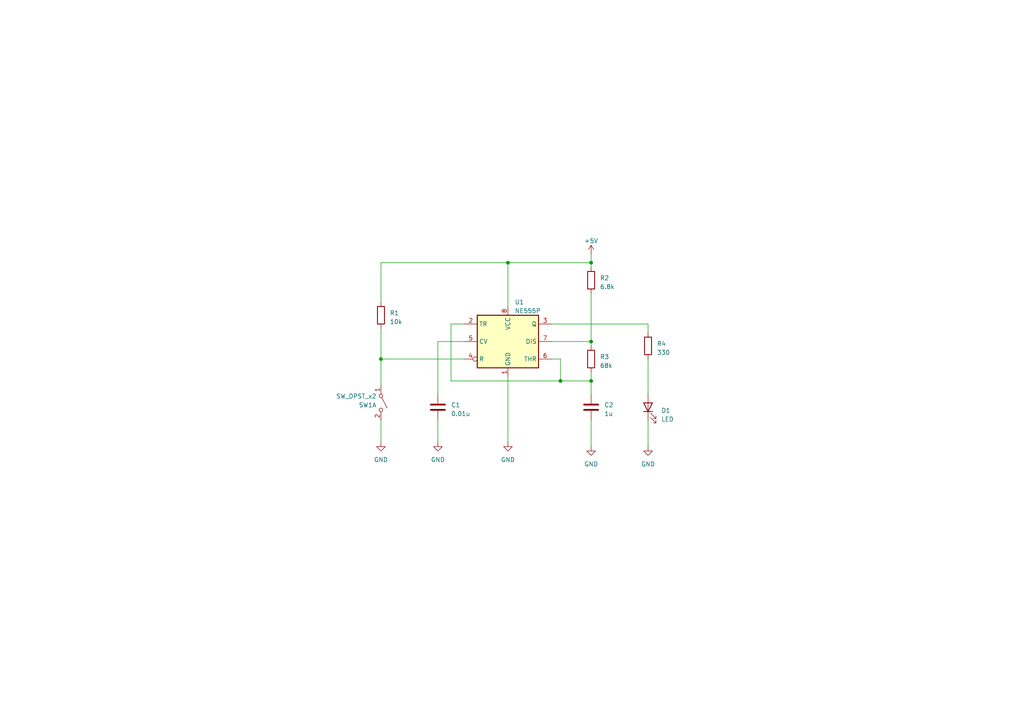
<source format=kicad_sch>
(kicad_sch (version 20230121) (generator eeschema)
  (paper "A4")
  (lib_symbols
    (symbol "Device:C" (pin_numbers hide) (pin_names (offset 0.254))
      (property "Reference" "C" (at 0.635 2.54 0))
      (property "Value" "C" (at 0.635 -2.54 0))
      (symbol "C_0_1"
        (polyline (pts (xy -2.032 -0.762) (xy 2.032 -0.762)) (stroke (width 0.508)))
        (polyline (pts (xy -2.032 0.762) (xy 2.032 0.762)) (stroke (width 0.508)))
      )
      (symbol "C_1_1"
        (pin passive line (at 0 3.81 270) (length 2.794) (name "~") (number "1"))
        (pin passive line (at 0 -3.81 90) (length 2.794) (name "~") (number "2"))
      )
    )
    (symbol "Device:LED" (pin_numbers hide) (pin_names (offset 1.016) hide)
      (property "Reference" "D" (at 0 2.54 0))
      (property "Value" "LED" (at 0 -2.54 0))
      (symbol "LED_0_1"
        (polyline (pts (xy -1.27 -1.27) (xy -1.27 1.27)) (stroke (width 0.254)))
        (polyline (pts (xy -1.27 0) (xy 1.27 0)))
        (polyline (pts (xy 1.27 -1.27) (xy 1.27 1.27) (xy -1.27 0) (xy 1.27 -1.27)) (stroke (width 0.254)))
        (polyline (pts (xy -3.048 -0.762) (xy -4.572 -2.286) (xy -3.81 -2.286) (xy -4.572 -2.286) (xy -4.572 -1.524)))
        (polyline (pts (xy -1.778 -0.762) (xy -3.302 -2.286) (xy -2.54 -2.286) (xy -3.302 -2.286) (xy -3.302 -1.524)))
      )
      (symbol "LED_1_1"
        (pin passive line (at -3.81 0 0) (length 2.54) (name "K") (number "1"))
        (pin passive line (at 3.81 0 180) (length 2.54) (name "A") (number "2"))
      )
    )
    (symbol "Device:R" (pin_numbers hide) (pin_names (offset 0))
      (property "Reference" "R" (at 2.032 0 90))
      (property "Value" "R" (at 0 0 90))
      (symbol "R_0_1"
        (rectangle (start -1.016 -2.54) (end 1.016 2.54) (stroke (width 0.254)))
      )
      (symbol "R_1_1"
        (pin passive line (at 0 3.81 270) (length 1.27) (name "~") (number "1"))
        (pin passive line (at 0 -3.81 90) (length 1.27) (name "~") (number "2"))
      )
    )
    (symbol "Switch:SW_DPST_x2" (pin_names (offset 0) hide)
      (property "Reference" "SW" (at 0 3.175 0))
      (property "Value" "SW_DPST_x2" (at 0 -2.54 0))
      (symbol "SW_DPST_x2_0_0"
        (circle (center -2.032 0) (radius 0.508))
        (polyline (pts (xy -1.524 0.254) (xy 1.524 1.778)))
        (circle (center 2.032 0) (radius 0.508))
      )
      (symbol "SW_DPST_x2_1_1"
        (pin passive line (at -5.08 0 0) (length 2.54) (name "A") (number "1"))
        (pin passive line (at 5.08 0 180) (length 2.54) (name "B") (number "2"))
      )
      (symbol "SW_DPST_x2_2_1"
        (pin passive line (at -5.08 0 0) (length 2.54) (name "A") (number "3"))
        (pin passive line (at 5.08 0 180) (length 2.54) (name "B") (number "4"))
      )
    )
    (symbol "Timer:NE555P"
      (property "Reference" "U" (at -10.16 8.89 0))
      (property "Value" "NE555P" (at 2.54 8.89 0))
      (symbol "NE555P_0_0"
        (pin power_in line (at 0 -10.16 90) (length 2.54) (name "GND") (number "1"))
        (pin power_in line (at 0 10.16 270) (length 2.54) (name "VCC") (number "8"))
      )
      (symbol "NE555P_0_1"
        (rectangle (start -8.89 -7.62) (end 8.89 7.62) (stroke (width 0.254)) (fill (type background)))
        (rectangle (start -8.89 -7.62) (end 8.89 7.62) (stroke (width 0.254)) (fill (type background)))
      )
      (symbol "NE555P_1_1"
        (pin input line (at -12.7 5.08 0) (length 3.81) (name "TR") (number "2"))
        (pin output line (at 12.7 5.08 180) (length 3.81) (name "Q") (number "3"))
        (pin input inverted (at -12.7 -5.08 0) (length 3.81) (name "R") (number "4"))
        (pin input line (at -12.7 0 0) (length 3.81) (name "CV") (number "5"))
        (pin input line (at 12.7 -5.08 180) (length 3.81) (name "THR") (number "6"))
        (pin input line (at 12.7 0 180) (length 3.81) (name "DIS") (number "7"))
      )
    )
    (symbol "power:+5V" (power) (pin_names (offset 0))
      (property "Value" "+5V" (at 0 3.556 0))
      (symbol "+5V_0_1"
        (polyline (pts (xy -0.762 1.27) (xy 0 2.54)))
        (polyline (pts (xy 0 0) (xy 0 2.54)))
        (polyline (pts (xy 0 2.54) (xy 0.762 1.27)))
      )
      (symbol "+5V_1_1"
        (pin power_in line (at 0 0 90) (length 0) hide (name "+5V") (number "1"))
      )
    )
    (symbol "power:GND" (power) (pin_names (offset 0))
      (property "Value" "GND" (at 0 -3.81 0))
      (symbol "GND_0_1"
        (polyline (pts (xy 0 0) (xy 0 -1.27) (xy 1.27 -1.27) (xy 0 -2.54) (xy -1.27 -1.27) (xy 0 -1.27)))
      )
      (symbol "GND_1_1"
        (pin power_in line (at 0 0 270) (length 0) hide (name "GND") (number "1"))
      )
    )
  )
  (junction (at 162.56 110.49))
  (junction (at 110.49 104.14))
  (junction (at 147.32 76.2))
  (junction (at 171.45 110.49))
  (junction (at 171.45 76.2))
  (junction (at 171.45 99.06))
  (wire (pts (xy 134.62 99.06) (xy 127 99.06)))
  (wire (pts (xy 171.45 76.2) (xy 171.45 77.47)))
  (wire (pts (xy 162.56 110.49) (xy 171.45 110.49)))
  (wire (pts (xy 187.96 121.92) (xy 187.96 129.54)))
  (wire (pts (xy 110.49 95.25) (xy 110.49 104.14)))
  (wire (pts (xy 134.62 93.98) (xy 130.81 93.98)))
  (wire (pts (xy 187.96 104.14) (xy 187.96 114.3)))
  (wire (pts (xy 162.56 104.14) (xy 162.56 110.49)))
  (wire (pts (xy 171.45 110.49) (xy 171.45 114.3)))
  (wire (pts (xy 160.02 99.06) (xy 171.45 99.06)))
  (wire (pts (xy 147.32 109.22) (xy 147.32 128.27)))
  (wire (pts (xy 110.49 76.2) (xy 147.32 76.2)))
  (wire (pts (xy 171.45 76.2) (xy 171.45 73.66)))
  (wire (pts (xy 110.49 104.14) (xy 134.62 104.14)))
  (wire (pts (xy 130.81 93.98) (xy 130.81 110.49)))
  (wire (pts (xy 110.49 104.14) (xy 110.49 111.76)))
  (wire (pts (xy 127 121.92) (xy 127 128.27)))
  (wire (pts (xy 127 99.06) (xy 127 114.3)))
  (wire (pts (xy 147.32 76.2) (xy 171.45 76.2)))
  (wire (pts (xy 130.81 110.49) (xy 162.56 110.49)))
  (wire (pts (xy 171.45 85.09) (xy 171.45 99.06)))
  (wire (pts (xy 171.45 99.06) (xy 171.45 100.33)))
  (wire (pts (xy 187.96 93.98) (xy 187.96 96.52)))
  (wire (pts (xy 160.02 93.98) (xy 187.96 93.98)))
  (wire (pts (xy 110.49 87.63) (xy 110.49 76.2)))
  (wire (pts (xy 110.49 121.92) (xy 110.49 128.27)))
  (wire (pts (xy 171.45 121.92) (xy 171.45 129.54)))
  (wire (pts (xy 160.02 104.14) (xy 162.56 104.14)))
  (wire (pts (xy 171.45 107.95) (xy 171.45 110.49)))
  (wire (pts (xy 147.32 76.2) (xy 147.32 88.9)))
  (symbol (lib_id "Device:R") (at 171.45 104.14 0) (unit 1)
    (property "Reference" "R3" (at 173.99 103.505 0) (effects (justify left)))
    (property "Value" "68k" (at 173.99 106.045 0) (effects (justify left)))
    (property "Footprint" "Resistor_SMD:R_0402_1005Metric" (effects hide))
  )
  (symbol (lib_id "power:GND") (at 147.32 128.27 0) (unit 1)
    (property "Reference" "#PWR06" (effects hide))
    (property "Value" "GND" (at 147.32 133.35 0))
  )
  (symbol (lib_id "Timer:NE555P") (at 147.32 99.06 0) (unit 1)
    (property "Reference" "U1" (at 149.2759 87.63 0) (effects (justify left)))
    (property "Value" "NE555P" (at 149.2759 90.17 0) (effects (justify left)))
    (property "Footprint" "Package_DIP:DIP-8_W7.62mm" (effects hide))
    (property "Datasheet" "http://www.ti.com/lit/ds/symlink/ne555.pdf" (effects hide))
  )
  (symbol (lib_id "Device:LED") (at 187.96 118.11 90) (unit 1)
    (property "Reference" "D1" (at 191.77 119.0625 90) (effects (justify right)))
    (property "Value" "LED" (at 191.77 121.6025 90) (effects (justify right)))
    (property "Footprint" "LED_SMD:LED_0201_0603Metric" (effects hide))
  )
  (symbol (lib_id "Device:R") (at 171.45 81.28 0) (unit 1)
    (property "Reference" "R2" (at 173.99 80.645 0) (effects (justify left)))
    (property "Value" "6.8k" (at 173.99 83.185 0) (effects (justify left)))
    (property "Footprint" "Resistor_SMD:R_0402_1005Metric" (effects hide))
  )
  (symbol (lib_id "Device:R") (at 187.96 100.33 0) (unit 1)
    (property "Reference" "R4" (at 190.5 99.695 0) (effects (justify left)))
    (property "Value" "330" (at 190.5 102.235 0) (effects (justify left)))
    (property "Footprint" "Resistor_SMD:R_0402_1005Metric" (effects hide))
  )
  (symbol (lib_id "power:GND") (at 110.49 128.27 0) (unit 1)
    (property "Reference" "#PWR02" (effects hide))
    (property "Value" "GND" (at 110.49 133.35 0))
  )
  (symbol (lib_id "power:+5V") (at 171.45 73.66 0) (unit 1)
    (property "Reference" "#PWR01" (effects hide))
    (property "Value" "+5V" (at 171.45 69.85 0))
  )
  (symbol (lib_id "power:GND") (at 171.45 129.54 0) (unit 1)
    (property "Reference" "#PWR04" (effects hide))
    (property "Value" "GND" (at 171.45 134.62 0))
  )
  (symbol (lib_id "power:GND") (at 187.96 129.54 0) (unit 1)
    (property "Reference" "#PWR05" (effects hide))
    (property "Value" "GND" (at 187.96 134.62 0))
  )
  (symbol (lib_id "Device:R") (at 110.49 91.44 0) (unit 1)
    (property "Reference" "R1" (at 113.03 90.805 0) (effects (justify left)))
    (property "Value" "10k" (at 113.03 93.345 0) (effects (justify left)))
    (property "Footprint" "Resistor_SMD:R_0402_1005Metric" (effects hide))
  )
  (symbol (lib_id "Device:C") (at 127 118.11 0) (unit 1)
    (property "Reference" "C1" (at 130.81 117.475 0) (effects (justify left)))
    (property "Value" "0.01u" (at 130.81 120.015 0) (effects (justify left)))
    (property "Footprint" "Capacitor_SMD:C_0402_1005Metric" (effects hide))
  )
  (symbol (lib_id "power:GND") (at 127 128.27 0) (unit 1)
    (property "Reference" "#PWR03" (effects hide))
    (property "Value" "GND" (at 127 133.35 0))
  )
  (symbol (lib_id "Device:C") (at 171.45 118.11 0) (unit 1)
    (property "Reference" "C2" (at 175.26 117.475 0) (effects (justify left)))
    (property "Value" "1u" (at 175.26 120.015 0) (effects (justify left)))
    (property "Footprint" "Capacitor_SMD:C_0201_0603Metric" (effects hide))
  )
  (symbol (lib_id "Switch:SW_DPST_x2") (at 110.49 116.84 270) (unit 1)
    (property "Reference" "SW1" (at 109.22 117.475 90) (effects (justify right)))
    (property "Value" "SW_DPST_x2" (at 109.22 114.935 90) (effects (justify right)))
    (property "Footprint" "Button_Switch_SMD:SW_DIP_SPSTx01_Slide_6.7x4.1mm_W6.73mm_P2.54mm_LowProfile_JPin" (effects hide))
  )
)
</source>
